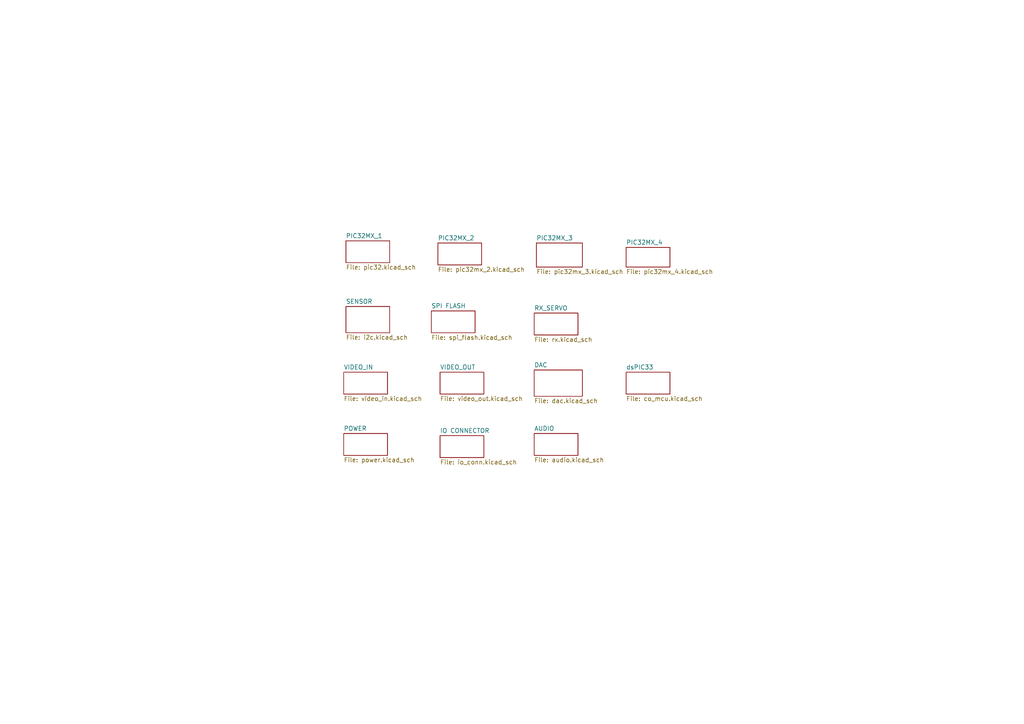
<source format=kicad_sch>
(kicad_sch (version 20230121) (generator eeschema)
  (paper "A4")
  (lib_symbols)
  (sheet (at 155.575 70.485) (size 13.335 6.985) (stroke (width 0.1524))
    (property "Sheetname" "PIC32MX_3" (at 155.575 69.7734 0) (effects (justify left bottom)))
    (property "Sheetfile" "pic32mx_3.kicad_sch" (at 155.575 78.0546 0) (effects (justify left top)))
  )
  (sheet (at 125.095 90.17) (size 12.7 6.35) (stroke (width 0.1524))
    (property "Sheetname" "SPI FLASH" (at 125.095 89.4584 0) (effects (justify left bottom)))
    (property "Sheetfile" "spi_flash.kicad_sch" (at 125.095 97.155 0) (effects (justify left top)))
  )
  (sheet (at 154.94 90.805) (size 12.7 6.35) (stroke (width 0.1524))
    (property "Sheetname" "RX_SERVO" (at 154.94 90.0934 0) (effects (justify left bottom)))
    (property "Sheetfile" "rx.kicad_sch" (at 154.94 97.7396 0) (effects (justify left top)))
  )
  (sheet (at 154.94 125.73) (size 12.7 6.35) (stroke (width 0.1524))
    (property "Sheetname" "AUDIO" (at 154.94 125.0184 0) (effects (justify left bottom)))
    (property "Sheetfile" "audio.kicad_sch" (at 154.94 132.6646 0) (effects (justify left top)))
  )
  (sheet (at 181.61 107.95) (size 12.7 6.35) (stroke (width 0.1524))
    (property "Sheetname" "dsPIC33" (at 181.61 107.2384 0) (effects (justify left bottom)))
    (property "Sheetfile" "co_mcu.kicad_sch" (at 181.61 114.8846 0) (effects (justify left top)))
  )
  (sheet (at 127.635 107.95) (size 12.7 6.35) (stroke (width 0.1524))
    (property "Sheetname" "VIDEO_OUT" (at 127.635 107.2384 0) (effects (justify left bottom)))
    (property "Sheetfile" "video_out.kicad_sch" (at 127.635 114.8846 0) (effects (justify left top)))
  )
  (sheet (at 99.695 107.95) (size 12.7 6.35) (stroke (width 0.1524))
    (property "Sheetname" "VIDEO_IN" (at 99.695 107.2384 0) (effects (justify left bottom)))
    (property "Sheetfile" "video_in.kicad_sch" (at 99.695 114.8846 0) (effects (justify left top)))
  )
  (sheet (at 100.33 88.9) (size 12.7 7.62) (stroke (width 0.1524))
    (property "Sheetname" "SENSOR" (at 100.33 88.1884 0) (effects (justify left bottom)))
    (property "Sheetfile" "i2c.kicad_sch" (at 100.33 97.1046 0) (effects (justify left top)))
  )
  (sheet (at 181.61 71.755) (size 12.7 5.715) (stroke (width 0.1524))
    (property "Sheetname" "PIC32MX_4" (at 181.61 71.0434 0) (effects (justify left bottom)))
    (property "Sheetfile" "pic32mx_4.kicad_sch" (at 181.61 78.0546 0) (effects (justify left top)))
  )
  (sheet (at 100.33 69.85) (size 12.7 6.35) (stroke (width 0.1524))
    (property "Sheetname" "PIC32MX_1" (at 100.33 69.1384 0) (effects (justify left bottom)))
    (property "Sheetfile" "pic32.kicad_sch" (at 100.33 76.7846 0) (effects (justify left top)))
  )
  (sheet (at 127.635 126.365) (size 12.7 6.35) (stroke (width 0.1524))
    (property "Sheetname" "IO CONNECTOR" (at 127.635 125.6534 0) (effects (justify left bottom)))
    (property "Sheetfile" "io_conn.kicad_sch" (at 127.635 133.2996 0) (effects (justify left top)))
  )
  (sheet (at 99.695 125.73) (size 12.7 6.35) (stroke (width 0.1524))
    (property "Sheetname" "POWER" (at 99.695 125.0184 0) (effects (justify left bottom)))
    (property "Sheetfile" "power.kicad_sch" (at 99.695 132.6646 0) (effects (justify left top)))
  )
  (sheet (at 154.94 107.315) (size 13.97 7.62) (stroke (width 0.1524))
    (property "Sheetname" "DAC" (at 154.94 106.6034 0) (effects (justify left bottom)))
    (property "Sheetfile" "dac.kicad_sch" (at 154.94 115.5196 0) (effects (justify left top)))
  )
  (sheet (at 127 70.485) (size 12.7 6.35) (stroke (width 0.1524))
    (property "Sheetname" "PIC32MX_2" (at 127 69.7734 0) (effects (justify left bottom)))
    (property "Sheetfile" "pic32mx_2.kicad_sch" (at 127 77.4196 0) (effects (justify left top)))
  )
)
</source>
